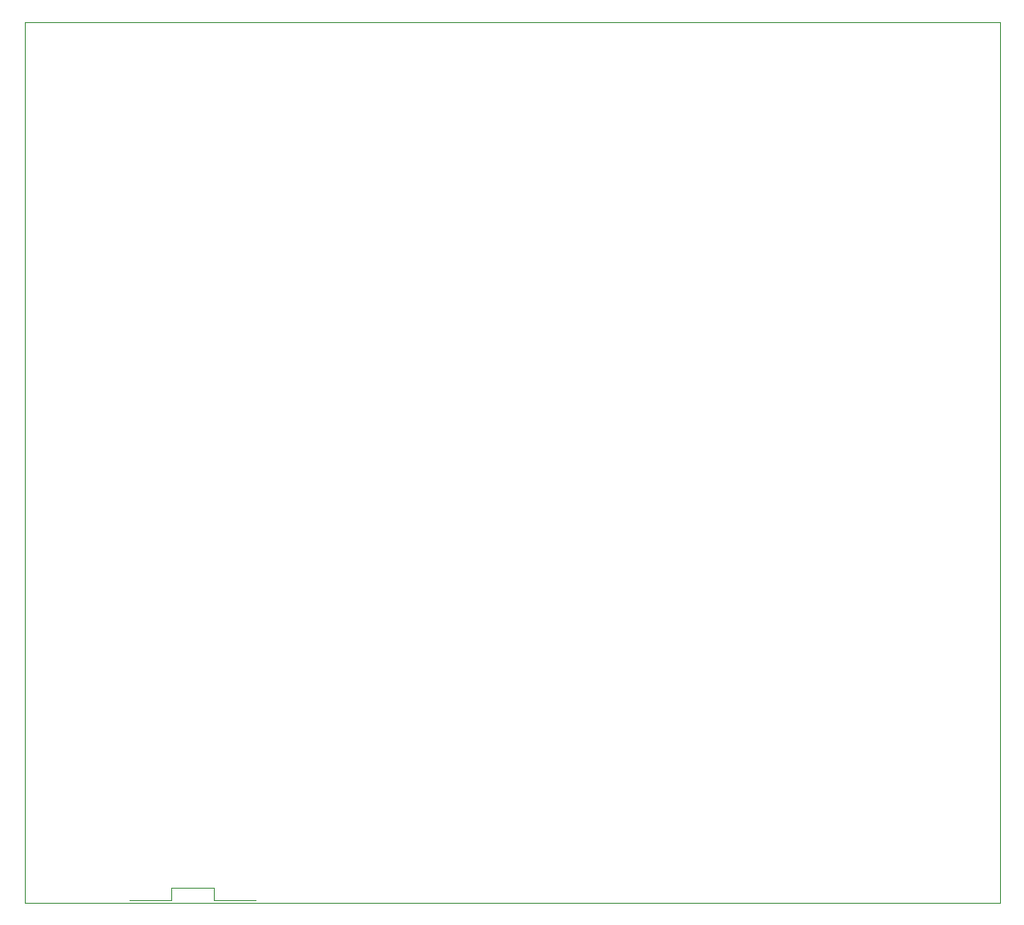
<source format=gbr>
%TF.GenerationSoftware,KiCad,Pcbnew,8.0.2*%
%TF.CreationDate,2024-05-27T09:17:52-04:00*%
%TF.ProjectId,GlassBreaker_KiCAD,476c6173-7342-4726-9561-6b65725f4b69,rev?*%
%TF.SameCoordinates,Original*%
%TF.FileFunction,Profile,NP*%
%FSLAX46Y46*%
G04 Gerber Fmt 4.6, Leading zero omitted, Abs format (unit mm)*
G04 Created by KiCad (PCBNEW 8.0.2) date 2024-05-27 09:17:52*
%MOMM*%
%LPD*%
G01*
G04 APERTURE LIST*
%TA.AperFunction,Profile*%
%ADD10C,0.100000*%
%TD*%
%TA.AperFunction,Profile*%
%ADD11C,0.010000*%
%TD*%
G04 APERTURE END LIST*
D10*
X303000000Y-149000000D02*
X396000000Y-149000000D01*
X396000000Y-233000000D01*
X303000000Y-233000000D01*
X303000000Y-149000000D01*
D11*
%TO.C,REF\u002A\u002A*%
X313000000Y-232800000D02*
X317000000Y-232800000D01*
X317000000Y-231600000D02*
X321000000Y-231600000D01*
X317000000Y-232800000D02*
X317000000Y-231600000D01*
X321000000Y-231600000D02*
X321000000Y-232800000D01*
X321000000Y-232800000D02*
X325000000Y-232800000D01*
%TD*%
M02*

</source>
